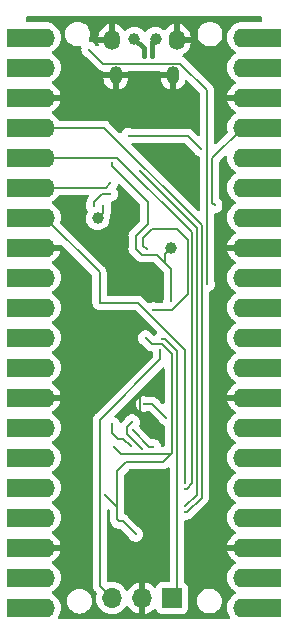
<source format=gbr>
%TF.GenerationSoftware,KiCad,Pcbnew,7.0.7*%
%TF.CreationDate,2023-09-13T09:18:23+07:00*%
%TF.ProjectId,Pico2040-Modular-Rev2-W,5069636f-3230-4343-902d-4d6f64756c61,rev?*%
%TF.SameCoordinates,Original*%
%TF.FileFunction,Copper,L2,Bot*%
%TF.FilePolarity,Positive*%
%FSLAX46Y46*%
G04 Gerber Fmt 4.6, Leading zero omitted, Abs format (unit mm)*
G04 Created by KiCad (PCBNEW 7.0.7) date 2023-09-13 09:18:23*
%MOMM*%
%LPD*%
G01*
G04 APERTURE LIST*
%TA.AperFunction,ComponentPad*%
%ADD10O,1.350000X1.700000*%
%TD*%
%TA.AperFunction,ComponentPad*%
%ADD11O,1.100000X1.500000*%
%TD*%
%TA.AperFunction,ComponentPad*%
%ADD12R,3.200000X1.600000*%
%TD*%
%TA.AperFunction,ComponentPad*%
%ADD13O,1.700000X1.600000*%
%TD*%
%TA.AperFunction,ComponentPad*%
%ADD14R,1.700000X1.700000*%
%TD*%
%TA.AperFunction,ComponentPad*%
%ADD15O,1.700000X1.700000*%
%TD*%
%TA.AperFunction,SMDPad,CuDef*%
%ADD16C,1.000000*%
%TD*%
%TA.AperFunction,ViaPad*%
%ADD17C,0.300000*%
%TD*%
%TA.AperFunction,Conductor*%
%ADD18C,0.200000*%
%TD*%
%TA.AperFunction,Conductor*%
%ADD19C,0.400000*%
%TD*%
G04 APERTURE END LIST*
D10*
%TO.P,J1,6,Shield*%
%TO.N,GND*%
X112780000Y-52000000D03*
D11*
X112470000Y-55000000D03*
X107630000Y-55000000D03*
D10*
X107320000Y-52000000D03*
%TD*%
D12*
%TO.P,J2,1,Pin_1*%
%TO.N,/P0*%
X100000000Y-51800000D03*
D13*
X101610000Y-51800000D03*
D12*
%TO.P,J2,2,Pin_2*%
%TO.N,/P1*%
X100000000Y-54340000D03*
D13*
X101610000Y-54340000D03*
D12*
%TO.P,J2,3,Pin_3*%
%TO.N,GND*%
X100000000Y-56880000D03*
D13*
X101610000Y-56880000D03*
D12*
%TO.P,J2,4,Pin_4*%
%TO.N,/P2*%
X100000000Y-59420000D03*
D13*
X101610000Y-59420000D03*
D12*
%TO.P,J2,5,Pin_5*%
%TO.N,/P3*%
X100000000Y-61960000D03*
D13*
X101610000Y-61960000D03*
D12*
%TO.P,J2,6,Pin_6*%
%TO.N,/P4*%
X100000000Y-64500000D03*
D13*
X101610000Y-64500000D03*
D12*
%TO.P,J2,7,Pin_7*%
%TO.N,/P5*%
X100000000Y-67040000D03*
D13*
X101610000Y-67040000D03*
D12*
%TO.P,J2,8,Pin_8*%
%TO.N,GND*%
X100000000Y-69580000D03*
D13*
X101610000Y-69580000D03*
D12*
%TO.P,J2,9,Pin_9*%
%TO.N,/P6*%
X100000000Y-72120000D03*
D13*
X101610000Y-72120000D03*
D12*
%TO.P,J2,10,Pin_10*%
%TO.N,/P7*%
X100000000Y-74660000D03*
D13*
X101610000Y-74660000D03*
D12*
%TO.P,J2,11,Pin_11*%
%TO.N,/P8*%
X100000000Y-77200000D03*
D13*
X101610000Y-77200000D03*
D12*
%TO.P,J2,12,Pin_12*%
%TO.N,/P9*%
X100000000Y-79740000D03*
D13*
X101610000Y-79740000D03*
D12*
%TO.P,J2,13,Pin_13*%
%TO.N,GND*%
X100000000Y-82280000D03*
D13*
X101610000Y-82280000D03*
D12*
%TO.P,J2,14,Pin_14*%
%TO.N,/P10*%
X100000000Y-84820000D03*
D13*
X101610000Y-84820000D03*
D12*
%TO.P,J2,15,Pin_15*%
%TO.N,/P11*%
X100000000Y-87360000D03*
D13*
X101610000Y-87360000D03*
D12*
%TO.P,J2,16,Pin_16*%
%TO.N,/P12*%
X100000000Y-89900000D03*
D13*
X101610000Y-89900000D03*
D12*
%TO.P,J2,17,Pin_17*%
%TO.N,/P13*%
X100000000Y-92440000D03*
D13*
X101610000Y-92440000D03*
D12*
%TO.P,J2,18,Pin_18*%
%TO.N,GND*%
X100000000Y-94980000D03*
D13*
X101610000Y-94980000D03*
D12*
%TO.P,J2,19,Pin_19*%
%TO.N,/P14*%
X100000000Y-97520000D03*
D13*
X101610000Y-97520000D03*
D12*
%TO.P,J2,20,Pin_20*%
%TO.N,/P15*%
X100000000Y-100060000D03*
D13*
X101610000Y-100060000D03*
%TD*%
D14*
%TO.P,J4,1,Pin_1*%
%TO.N,/SWDIO*%
X112400000Y-99250000D03*
D15*
%TO.P,J4,2,Pin_2*%
%TO.N,GND*%
X109860000Y-99250000D03*
%TO.P,J4,3,Pin_3*%
%TO.N,/SWCLK*%
X107320000Y-99250000D03*
%TD*%
D16*
%TO.P,TP4,1,1*%
%TO.N,/FLASH_SS*%
X106100000Y-67100000D03*
%TD*%
%TO.P,TP2,1,1*%
%TO.N,/DM*%
X111000000Y-51900000D03*
%TD*%
%TO.P,TP3,1,1*%
%TO.N,/RESET*%
X112300000Y-69600000D03*
%TD*%
D12*
%TO.P,J3,1,Pin_1*%
%TO.N,VBUS*%
X120000000Y-51800000D03*
D13*
X118390000Y-51800000D03*
D12*
%TO.P,J3,2,Pin_2*%
%TO.N,+3.3V*%
X120000000Y-54340000D03*
D13*
X118390000Y-54340000D03*
D12*
%TO.P,J3,3,Pin_3*%
%TO.N,GND*%
X120000000Y-56880000D03*
D13*
X118390000Y-56880000D03*
D12*
%TO.P,J3,4,Pin_4*%
%TO.N,+1V1*%
X120000000Y-59420000D03*
D13*
X118390000Y-59420000D03*
D12*
%TO.P,J3,5,Pin_5*%
%TO.N,/RESET*%
X120000000Y-61960000D03*
D13*
X118390000Y-61960000D03*
D12*
%TO.P,J3,6,Pin_6*%
%TO.N,/P29*%
X120000000Y-64500000D03*
D13*
X118390000Y-64500000D03*
D12*
%TO.P,J3,7,Pin_7*%
%TO.N,/P28*%
X120000000Y-67040000D03*
D13*
X118390000Y-67040000D03*
D12*
%TO.P,J3,8,Pin_8*%
%TO.N,GND*%
X120000000Y-69580000D03*
D13*
X118390000Y-69580000D03*
D12*
%TO.P,J3,9,Pin_9*%
%TO.N,/P27*%
X120000000Y-72120000D03*
D13*
X118390000Y-72120000D03*
D12*
%TO.P,J3,10,Pin_10*%
%TO.N,/P26*%
X120000000Y-74660000D03*
D13*
X118390000Y-74660000D03*
D12*
%TO.P,J3,11,Pin_11*%
%TO.N,/P23*%
X120000000Y-77200000D03*
D13*
X118390000Y-77200000D03*
D12*
%TO.P,J3,12,Pin_12*%
%TO.N,/P22*%
X120000000Y-79740000D03*
D13*
X118390000Y-79740000D03*
D12*
%TO.P,J3,13,Pin_13*%
%TO.N,GND*%
X120000000Y-82280000D03*
D13*
X118390000Y-82280000D03*
D12*
%TO.P,J3,14,Pin_14*%
%TO.N,/P21*%
X120000000Y-84820000D03*
D13*
X118390000Y-84820000D03*
D12*
%TO.P,J3,15,Pin_15*%
%TO.N,/P20*%
X120000000Y-87360000D03*
D13*
X118390000Y-87360000D03*
D12*
%TO.P,J3,16,Pin_16*%
%TO.N,/P19*%
X120000000Y-89900000D03*
D13*
X118390000Y-89900000D03*
D12*
%TO.P,J3,17,Pin_17*%
%TO.N,/P18*%
X120000000Y-92440000D03*
D13*
X118390000Y-92440000D03*
D12*
%TO.P,J3,18,Pin_18*%
%TO.N,GND*%
X120000000Y-94980000D03*
D13*
X118390000Y-94980000D03*
D12*
%TO.P,J3,19,Pin_19*%
%TO.N,/P17*%
X120000000Y-97520000D03*
D13*
X118390000Y-97520000D03*
D12*
%TO.P,J3,20,Pin_20*%
%TO.N,/P16*%
X120000000Y-100060000D03*
D13*
X118390000Y-100060000D03*
%TD*%
D16*
%TO.P,TP1,1,1*%
%TO.N,/DP*%
X109200000Y-51900000D03*
%TD*%
D17*
%TO.N,GND*%
X107140000Y-81880000D03*
%TO.N,+1V1*%
X112100000Y-68000000D03*
X116000000Y-66000000D03*
X110800000Y-74850000D03*
X113700000Y-69200000D03*
X110240000Y-69730000D03*
%TO.N,GND*%
X107580000Y-78010000D03*
X109500000Y-57800000D03*
X111050000Y-71350000D03*
X111062500Y-90187500D03*
X106100000Y-79130000D03*
X116840000Y-58780000D03*
X109062500Y-89187500D03*
X116750000Y-64750000D03*
X111062500Y-89187500D03*
X111050000Y-72350000D03*
X114700000Y-94500000D03*
X107400000Y-56700000D03*
X112600000Y-63980000D03*
X105200000Y-97900000D03*
X109050000Y-73350000D03*
X109750000Y-61250000D03*
X116500000Y-70250000D03*
X114200000Y-65700000D03*
X113990000Y-64980000D03*
X110050000Y-73350000D03*
X111050000Y-73350000D03*
X116700000Y-62520000D03*
X109840000Y-81900000D03*
X109062500Y-90187500D03*
X105200000Y-56200000D03*
X108300000Y-65100000D03*
X110062500Y-90187500D03*
X109050000Y-72350000D03*
X109062500Y-91187500D03*
X110062500Y-91187500D03*
X109840000Y-83810000D03*
X107070000Y-94150000D03*
X114500000Y-95250000D03*
X113980000Y-62980000D03*
X112170000Y-62800000D03*
X111380000Y-94090000D03*
X106080000Y-82300000D03*
X109050000Y-71350000D03*
X113950000Y-63990000D03*
X110050000Y-71350000D03*
X110050000Y-72350000D03*
X114010000Y-61890000D03*
X113260000Y-58910000D03*
X111062500Y-91187500D03*
X108890000Y-75130000D03*
X116670000Y-64040000D03*
X110062500Y-89187500D03*
%TO.N,+3.3V*%
X112350000Y-87000000D03*
X107900000Y-92750000D03*
X106700000Y-90500000D03*
X105740000Y-66050000D03*
X107500000Y-86450000D03*
X109300000Y-93850000D03*
X110150000Y-77230000D03*
X107150000Y-65040000D03*
%TO.N,/ESP_CLKIN*%
X111900000Y-84000000D03*
X109990000Y-82820000D03*
%TO.N,/USER_LED*%
X105370000Y-52820000D03*
X115360000Y-72660000D03*
%TO.N,/DM*%
X110700000Y-53400000D03*
%TO.N,/DP*%
X110000000Y-53400000D03*
%TO.N,/P2*%
X113500000Y-92003503D03*
%TO.N,/P3*%
X113500000Y-90000000D03*
%TO.N,/P4*%
X113500000Y-91500000D03*
X109650000Y-63080000D03*
X107150000Y-64110000D03*
%TO.N,/P5*%
X113500000Y-89496497D03*
%TO.N,/RESET*%
X107300000Y-62400000D03*
X114800000Y-61200000D03*
X112300000Y-74100000D03*
X108700000Y-60100000D03*
%TO.N,/SWDIO*%
X111550000Y-77300000D03*
%TO.N,/SWCLK*%
X111400000Y-78250000D03*
%TO.N,/FLASH_SS*%
X106577500Y-66022500D03*
%TO.N,/ESPFLASH_D3*%
X109050000Y-85050000D03*
X110800000Y-86450000D03*
%TO.N,/ESPFLASH_CLOCK*%
X109000000Y-84350000D03*
X109800000Y-86600000D03*
%TO.N,/ESPFLASH_D0*%
X107300000Y-84550000D03*
X108900000Y-86400000D03*
%TD*%
D18*
%TO.N,GND*%
X109690000Y-82050000D02*
X109690000Y-83660000D01*
X109840000Y-81900000D02*
X109690000Y-82050000D01*
X109690000Y-83660000D02*
X109840000Y-83810000D01*
%TO.N,/ESP_CLKIN*%
X110720000Y-82820000D02*
X111900000Y-84000000D01*
X109990000Y-82820000D02*
X110720000Y-82820000D01*
%TO.N,/SWCLK*%
X106300000Y-98230000D02*
X107320000Y-99250000D01*
X106300000Y-84150000D02*
X106300000Y-98230000D01*
X111400000Y-79050000D02*
X106300000Y-84150000D01*
X111400000Y-78250000D02*
X111400000Y-79050000D01*
%TO.N,+1V1*%
X109950000Y-69440000D02*
X109950000Y-68760000D01*
X110710000Y-68000000D02*
X112100000Y-68000000D01*
X109950000Y-68760000D02*
X110710000Y-68000000D01*
X115800000Y-62010000D02*
X115800000Y-65800000D01*
X113700000Y-69500000D02*
X113700000Y-68900000D01*
X113700000Y-73550000D02*
X113700000Y-69500000D01*
X113700000Y-68900000D02*
X112800000Y-68000000D01*
X112800000Y-68000000D02*
X112100000Y-68000000D01*
X115800000Y-65800000D02*
X116000000Y-66000000D01*
X113700000Y-69200000D02*
X113700000Y-69500000D01*
X110800000Y-74850000D02*
X112400000Y-74850000D01*
X112400000Y-74850000D02*
X113700000Y-73550000D01*
X110240000Y-69730000D02*
X109950000Y-69440000D01*
X118390000Y-59420000D02*
X115800000Y-62010000D01*
%TO.N,+3.3V*%
X112354000Y-78561947D02*
X111546053Y-77754000D01*
X108200000Y-92750000D02*
X109300000Y-93850000D01*
X112296000Y-87054000D02*
X112350000Y-87000000D01*
X107500000Y-86450000D02*
X108104000Y-87054000D01*
X111546053Y-77754000D02*
X110674000Y-77754000D01*
X107900000Y-92750000D02*
X107750000Y-92600000D01*
X112354000Y-86996000D02*
X112354000Y-78561947D01*
X107900000Y-92750000D02*
X108200000Y-92750000D01*
X108104000Y-87054000D02*
X112296000Y-87054000D01*
X105740000Y-66050000D02*
X105740000Y-65760000D01*
X112350000Y-87000000D02*
X112354000Y-86996000D01*
X106700000Y-90500000D02*
X107750000Y-91550000D01*
X105740000Y-65760000D02*
X106460000Y-65040000D01*
X107750000Y-91550000D02*
X107750000Y-92600000D01*
X108500000Y-87750000D02*
X111600000Y-87750000D01*
X106460000Y-65040000D02*
X107150000Y-65040000D01*
X111600000Y-87750000D02*
X112350000Y-87000000D01*
X110674000Y-77754000D02*
X110150000Y-77230000D01*
X107750000Y-88500000D02*
X108500000Y-87750000D01*
X107750000Y-92600000D02*
X107750000Y-88500000D01*
%TO.N,/USER_LED*%
X106550000Y-54000000D02*
X113100000Y-54000000D01*
X113100000Y-54000000D02*
X115360000Y-56260000D01*
X115360000Y-56260000D02*
X115360000Y-72660000D01*
X105370000Y-52820000D02*
X106550000Y-54000000D01*
D19*
%TO.N,/DM*%
X110700000Y-53400000D02*
X110700000Y-52200000D01*
X110700000Y-52200000D02*
X111000000Y-51900000D01*
%TO.N,/DP*%
X110000000Y-53400000D02*
X110000000Y-52700000D01*
X110000000Y-52700000D02*
X109200000Y-51900000D01*
D18*
%TO.N,/P2*%
X113638550Y-92003503D02*
X114900000Y-90742053D01*
X114900000Y-67687947D02*
X106632053Y-59420000D01*
X114900000Y-90742053D02*
X114900000Y-67687947D01*
X113500000Y-92003503D02*
X113638550Y-92003503D01*
X106632053Y-59420000D02*
X101610000Y-59420000D01*
%TO.N,/P3*%
X114100000Y-68300000D02*
X107760000Y-61960000D01*
X107760000Y-61960000D02*
X101610000Y-61960000D01*
X113500000Y-90000000D02*
X113638550Y-90000000D01*
X113638550Y-90000000D02*
X114100000Y-89538550D01*
X114100000Y-89538550D02*
X114100000Y-68300000D01*
%TO.N,/P4*%
X107150000Y-64110000D02*
X106760000Y-64500000D01*
X106760000Y-64500000D02*
X101610000Y-64500000D01*
X113500000Y-91500000D02*
X114500000Y-90500000D01*
X114500000Y-67930000D02*
X109650000Y-63080000D01*
X114500000Y-90500000D02*
X114500000Y-67930000D01*
%TO.N,/P5*%
X109500000Y-74250000D02*
X106250000Y-74250000D01*
X106250000Y-74250000D02*
X106250000Y-71680000D01*
X106250000Y-71680000D02*
X101610000Y-67040000D01*
X113500000Y-78250000D02*
X109500000Y-74250000D01*
X113500000Y-89496497D02*
X113500000Y-78250000D01*
%TO.N,/RESET*%
X113700000Y-60100000D02*
X114800000Y-61200000D01*
X107300000Y-62700000D02*
X110310000Y-65710000D01*
X109861947Y-70229000D02*
X111129000Y-70229000D01*
X112300000Y-71400000D02*
X111750000Y-70850000D01*
X110310000Y-67550000D02*
X109300000Y-68560000D01*
X109300000Y-69667053D02*
X109861947Y-70229000D01*
X108700000Y-60100000D02*
X113700000Y-60100000D01*
X111750000Y-70150000D02*
X112300000Y-69600000D01*
X111750000Y-70850000D02*
X111750000Y-70150000D01*
X112300000Y-74100000D02*
X112300000Y-71400000D01*
X110310000Y-65710000D02*
X110310000Y-67550000D01*
X107300000Y-62400000D02*
X107300000Y-62700000D01*
X109300000Y-68560000D02*
X109300000Y-69667053D01*
X111129000Y-70229000D02*
X111750000Y-70850000D01*
%TO.N,/SWDIO*%
X112804000Y-98846000D02*
X112804000Y-78304000D01*
X111800000Y-77300000D02*
X111550000Y-77300000D01*
X112400000Y-99250000D02*
X112804000Y-98846000D01*
X112804000Y-78304000D02*
X111800000Y-77300000D01*
%TO.N,/FLASH_SS*%
X106577500Y-66622500D02*
X106100000Y-67100000D01*
X106577500Y-66022500D02*
X106577500Y-66622500D01*
%TO.N,/ESPFLASH_D3*%
X110800000Y-86450000D02*
X110450000Y-86450000D01*
X110450000Y-86450000D02*
X109050000Y-85050000D01*
%TO.N,/ESPFLASH_CLOCK*%
X108596000Y-85396000D02*
X109800000Y-86600000D01*
X108596000Y-84754000D02*
X108596000Y-85396000D01*
X109000000Y-84350000D02*
X108596000Y-84754000D01*
%TO.N,/ESPFLASH_D0*%
X107300000Y-85250000D02*
X107300000Y-84550000D01*
X107796000Y-85746000D02*
X107300000Y-85250000D01*
X108246000Y-85746000D02*
X107796000Y-85746000D01*
X108900000Y-86400000D02*
X108246000Y-85746000D01*
%TD*%
%TA.AperFunction,Conductor*%
%TO.N,GND*%
G36*
X116956792Y-61804955D02*
G01*
X117012725Y-61846827D01*
X117037142Y-61912291D01*
X117036986Y-61931943D01*
X117034532Y-61959996D01*
X117034532Y-61960001D01*
X117054364Y-62186686D01*
X117054366Y-62186697D01*
X117113258Y-62406488D01*
X117113261Y-62406497D01*
X117209431Y-62612732D01*
X117209432Y-62612734D01*
X117339954Y-62799141D01*
X117500858Y-62960045D01*
X117500861Y-62960047D01*
X117687266Y-63090568D01*
X117745275Y-63117618D01*
X117797714Y-63163791D01*
X117816866Y-63230984D01*
X117796650Y-63297865D01*
X117745275Y-63342381D01*
X117728272Y-63350310D01*
X117687267Y-63369431D01*
X117687265Y-63369432D01*
X117500858Y-63499954D01*
X117339954Y-63660858D01*
X117209432Y-63847265D01*
X117209431Y-63847267D01*
X117113261Y-64053502D01*
X117113258Y-64053511D01*
X117054366Y-64273302D01*
X117054364Y-64273313D01*
X117034532Y-64499998D01*
X117034532Y-64500001D01*
X117054364Y-64726686D01*
X117054366Y-64726697D01*
X117113258Y-64946488D01*
X117113261Y-64946497D01*
X117209431Y-65152732D01*
X117209432Y-65152734D01*
X117339954Y-65339141D01*
X117500858Y-65500045D01*
X117500861Y-65500047D01*
X117687266Y-65630568D01*
X117745275Y-65657618D01*
X117797714Y-65703791D01*
X117816866Y-65770984D01*
X117796650Y-65837865D01*
X117745275Y-65882381D01*
X117728272Y-65890310D01*
X117687267Y-65909431D01*
X117687265Y-65909432D01*
X117500858Y-66039954D01*
X117339954Y-66200858D01*
X117209432Y-66387265D01*
X117209431Y-66387267D01*
X117113261Y-66593502D01*
X117113258Y-66593511D01*
X117054366Y-66813302D01*
X117054364Y-66813313D01*
X117034532Y-67039998D01*
X117034532Y-67040001D01*
X117054364Y-67266686D01*
X117054366Y-67266697D01*
X117113258Y-67486488D01*
X117113261Y-67486497D01*
X117209431Y-67692732D01*
X117209432Y-67692734D01*
X117339954Y-67879141D01*
X117500858Y-68040045D01*
X117500861Y-68040047D01*
X117687266Y-68170568D01*
X117745865Y-68197893D01*
X117798305Y-68244065D01*
X117817457Y-68311258D01*
X117797242Y-68378139D01*
X117745867Y-68422657D01*
X117687515Y-68449867D01*
X117501179Y-68580342D01*
X117340342Y-68741179D01*
X117209865Y-68927517D01*
X117113734Y-69133673D01*
X117113730Y-69133682D01*
X117061127Y-69329999D01*
X117061128Y-69330000D01*
X117776653Y-69330000D01*
X117843692Y-69349685D01*
X117889447Y-69402489D01*
X117899391Y-69471647D01*
X117895631Y-69488933D01*
X117890000Y-69508111D01*
X117890000Y-69651888D01*
X117895631Y-69671067D01*
X117895630Y-69740936D01*
X117857855Y-69799714D01*
X117794299Y-69828738D01*
X117776653Y-69830000D01*
X117061128Y-69830000D01*
X117113730Y-70026317D01*
X117113734Y-70026326D01*
X117209865Y-70232482D01*
X117340342Y-70418820D01*
X117501179Y-70579657D01*
X117687518Y-70710134D01*
X117687520Y-70710135D01*
X117745865Y-70737342D01*
X117798305Y-70783514D01*
X117817457Y-70850707D01*
X117797242Y-70917589D01*
X117745867Y-70962105D01*
X117725256Y-70971717D01*
X117687264Y-70989433D01*
X117500858Y-71119954D01*
X117339954Y-71280858D01*
X117209432Y-71467265D01*
X117209431Y-71467267D01*
X117113261Y-71673502D01*
X117113258Y-71673511D01*
X117054366Y-71893302D01*
X117054364Y-71893313D01*
X117034532Y-72119998D01*
X117034532Y-72120001D01*
X117054364Y-72346686D01*
X117054366Y-72346697D01*
X117113258Y-72566488D01*
X117113261Y-72566497D01*
X117209431Y-72772732D01*
X117209432Y-72772734D01*
X117339954Y-72959141D01*
X117500858Y-73120045D01*
X117500861Y-73120047D01*
X117687266Y-73250568D01*
X117745275Y-73277618D01*
X117797714Y-73323791D01*
X117816866Y-73390984D01*
X117796650Y-73457865D01*
X117745275Y-73502381D01*
X117728272Y-73510310D01*
X117687267Y-73529431D01*
X117687265Y-73529432D01*
X117500858Y-73659954D01*
X117339954Y-73820858D01*
X117209432Y-74007265D01*
X117209431Y-74007267D01*
X117113261Y-74213502D01*
X117113258Y-74213511D01*
X117054366Y-74433302D01*
X117054364Y-74433313D01*
X117034532Y-74659998D01*
X117034532Y-74660001D01*
X117054364Y-74886686D01*
X117054366Y-74886697D01*
X117113258Y-75106488D01*
X117113261Y-75106497D01*
X117209431Y-75312732D01*
X117209432Y-75312734D01*
X117339954Y-75499141D01*
X117500858Y-75660045D01*
X117500861Y-75660047D01*
X117687266Y-75790568D01*
X117745275Y-75817618D01*
X117797714Y-75863791D01*
X117816866Y-75930984D01*
X117796650Y-75997865D01*
X117745275Y-76042381D01*
X117728272Y-76050310D01*
X117687267Y-76069431D01*
X117687265Y-76069432D01*
X117500858Y-76199954D01*
X117339954Y-76360858D01*
X117209432Y-76547265D01*
X117209431Y-76547267D01*
X117113261Y-76753502D01*
X117113258Y-76753511D01*
X117054366Y-76973302D01*
X117054364Y-76973313D01*
X117034532Y-77199998D01*
X117034532Y-77200001D01*
X117054364Y-77426686D01*
X117054366Y-77426697D01*
X117113258Y-77646488D01*
X117113261Y-77646497D01*
X117209431Y-77852732D01*
X117209432Y-77852734D01*
X117339954Y-78039141D01*
X117500858Y-78200045D01*
X117500861Y-78200047D01*
X117687266Y-78330568D01*
X117745275Y-78357618D01*
X117797714Y-78403791D01*
X117816866Y-78470984D01*
X117796650Y-78537865D01*
X117745275Y-78582381D01*
X117728272Y-78590310D01*
X117687267Y-78609431D01*
X117687265Y-78609432D01*
X117500858Y-78739954D01*
X117339954Y-78900858D01*
X117209432Y-79087265D01*
X117209431Y-79087267D01*
X117113261Y-79293502D01*
X117113258Y-79293511D01*
X117054366Y-79513302D01*
X117054364Y-79513313D01*
X117034532Y-79739998D01*
X117034532Y-79740001D01*
X117054364Y-79966686D01*
X117054366Y-79966697D01*
X117113258Y-80186488D01*
X117113261Y-80186497D01*
X117209431Y-80392732D01*
X117209432Y-80392734D01*
X117339954Y-80579141D01*
X117500858Y-80740045D01*
X117500861Y-80740047D01*
X117687266Y-80870568D01*
X117745865Y-80897893D01*
X117798305Y-80944065D01*
X117817457Y-81011258D01*
X117797242Y-81078139D01*
X117745867Y-81122657D01*
X117687515Y-81149867D01*
X117501179Y-81280342D01*
X117340342Y-81441179D01*
X117209865Y-81627517D01*
X117113734Y-81833673D01*
X117113730Y-81833682D01*
X117061127Y-82029999D01*
X117061128Y-82030000D01*
X117776653Y-82030000D01*
X117843692Y-82049685D01*
X117889447Y-82102489D01*
X117899391Y-82171647D01*
X117895631Y-82188933D01*
X117890000Y-82208111D01*
X117890000Y-82351888D01*
X117895631Y-82371067D01*
X117895630Y-82440936D01*
X117857855Y-82499714D01*
X117794299Y-82528738D01*
X117776653Y-82530000D01*
X117061128Y-82530000D01*
X117113730Y-82726317D01*
X117113734Y-82726326D01*
X117209865Y-82932482D01*
X117340342Y-83118820D01*
X117501179Y-83279657D01*
X117687518Y-83410134D01*
X117687520Y-83410135D01*
X117745865Y-83437342D01*
X117798305Y-83483514D01*
X117817457Y-83550707D01*
X117797242Y-83617589D01*
X117745867Y-83662105D01*
X117687268Y-83689431D01*
X117687264Y-83689433D01*
X117500860Y-83819953D01*
X117339954Y-83980858D01*
X117209432Y-84167265D01*
X117209431Y-84167267D01*
X117113261Y-84373502D01*
X117113258Y-84373511D01*
X117054366Y-84593302D01*
X117054364Y-84593313D01*
X117034532Y-84819998D01*
X117034532Y-84820001D01*
X117054364Y-85046686D01*
X117054366Y-85046697D01*
X117113258Y-85266488D01*
X117113261Y-85266497D01*
X117209431Y-85472732D01*
X117209432Y-85472734D01*
X117339954Y-85659141D01*
X117500858Y-85820045D01*
X117500861Y-85820047D01*
X117687266Y-85950568D01*
X117745275Y-85977618D01*
X117797714Y-86023791D01*
X117816866Y-86090984D01*
X117796650Y-86157865D01*
X117745275Y-86202381D01*
X117728272Y-86210310D01*
X117687267Y-86229431D01*
X117687265Y-86229432D01*
X117500858Y-86359954D01*
X117339954Y-86520858D01*
X117209432Y-86707265D01*
X117209431Y-86707267D01*
X117113261Y-86913502D01*
X117113258Y-86913511D01*
X117054366Y-87133302D01*
X117054364Y-87133313D01*
X117034532Y-87359998D01*
X117034532Y-87360001D01*
X117054364Y-87586686D01*
X117054366Y-87586697D01*
X117113258Y-87806488D01*
X117113261Y-87806497D01*
X117209431Y-88012732D01*
X117209432Y-88012734D01*
X117339954Y-88199141D01*
X117500858Y-88360045D01*
X117500861Y-88360047D01*
X117687266Y-88490568D01*
X117745275Y-88517618D01*
X117797714Y-88563791D01*
X117816866Y-88630984D01*
X117796650Y-88697865D01*
X117745275Y-88742381D01*
X117731651Y-88748735D01*
X117687267Y-88769431D01*
X117687265Y-88769432D01*
X117500858Y-88899954D01*
X117339954Y-89060858D01*
X117209432Y-89247265D01*
X117209431Y-89247267D01*
X117113261Y-89453502D01*
X117113258Y-89453511D01*
X117054366Y-89673302D01*
X117054364Y-89673313D01*
X117034532Y-89899998D01*
X117034532Y-89900001D01*
X117054364Y-90126686D01*
X117054366Y-90126697D01*
X117113258Y-90346488D01*
X117113261Y-90346497D01*
X117209431Y-90552732D01*
X117209432Y-90552734D01*
X117339954Y-90739141D01*
X117500858Y-90900045D01*
X117500861Y-90900047D01*
X117687266Y-91030568D01*
X117745275Y-91057618D01*
X117797714Y-91103791D01*
X117816866Y-91170984D01*
X117796650Y-91237865D01*
X117745275Y-91282381D01*
X117728272Y-91290310D01*
X117687267Y-91309431D01*
X117687265Y-91309432D01*
X117500858Y-91439954D01*
X117339954Y-91600858D01*
X117209432Y-91787265D01*
X117209431Y-91787267D01*
X117113261Y-91993502D01*
X117113258Y-91993511D01*
X117054366Y-92213302D01*
X117054364Y-92213313D01*
X117034532Y-92439998D01*
X117034532Y-92440001D01*
X117054364Y-92666686D01*
X117054366Y-92666697D01*
X117113258Y-92886488D01*
X117113261Y-92886497D01*
X117209431Y-93092732D01*
X117209432Y-93092734D01*
X117339954Y-93279141D01*
X117500858Y-93440045D01*
X117500861Y-93440047D01*
X117687266Y-93570568D01*
X117745865Y-93597893D01*
X117798305Y-93644065D01*
X117817457Y-93711258D01*
X117797242Y-93778139D01*
X117745867Y-93822657D01*
X117687515Y-93849867D01*
X117501179Y-93980342D01*
X117340342Y-94141179D01*
X117209865Y-94327517D01*
X117113734Y-94533673D01*
X117113730Y-94533682D01*
X117061127Y-94729999D01*
X117061128Y-94730000D01*
X117776653Y-94730000D01*
X117843692Y-94749685D01*
X117889447Y-94802489D01*
X117899391Y-94871647D01*
X117895631Y-94888933D01*
X117890000Y-94908111D01*
X117890000Y-95051888D01*
X117895631Y-95071067D01*
X117895630Y-95140936D01*
X117857855Y-95199714D01*
X117794299Y-95228738D01*
X117776653Y-95230000D01*
X117061128Y-95230000D01*
X117113730Y-95426317D01*
X117113734Y-95426326D01*
X117209865Y-95632482D01*
X117340342Y-95818820D01*
X117501179Y-95979657D01*
X117687518Y-96110134D01*
X117687520Y-96110135D01*
X117745865Y-96137342D01*
X117798305Y-96183514D01*
X117817457Y-96250707D01*
X117797242Y-96317589D01*
X117745867Y-96362105D01*
X117687268Y-96389431D01*
X117687264Y-96389433D01*
X117500858Y-96519954D01*
X117339954Y-96680858D01*
X117209432Y-96867265D01*
X117209431Y-96867267D01*
X117113261Y-97073502D01*
X117113258Y-97073511D01*
X117054366Y-97293302D01*
X117054364Y-97293313D01*
X117034532Y-97519998D01*
X117034532Y-97520001D01*
X117054364Y-97746686D01*
X117054366Y-97746697D01*
X117113258Y-97966488D01*
X117113261Y-97966497D01*
X117209431Y-98172732D01*
X117209432Y-98172734D01*
X117339954Y-98359141D01*
X117500858Y-98520045D01*
X117500861Y-98520047D01*
X117687266Y-98650568D01*
X117745275Y-98677618D01*
X117797714Y-98723791D01*
X117816866Y-98790984D01*
X117796650Y-98857865D01*
X117745275Y-98902381D01*
X117728272Y-98910310D01*
X117687267Y-98929431D01*
X117687265Y-98929432D01*
X117500858Y-99059954D01*
X117339954Y-99220858D01*
X117209432Y-99407265D01*
X117209431Y-99407267D01*
X117113261Y-99613502D01*
X117113258Y-99613511D01*
X117054366Y-99833302D01*
X117054364Y-99833313D01*
X117034532Y-100059998D01*
X117034532Y-100060001D01*
X117054364Y-100286686D01*
X117054366Y-100286697D01*
X117113258Y-100506488D01*
X117113261Y-100506497D01*
X117209431Y-100712732D01*
X117209432Y-100712734D01*
X117273601Y-100804377D01*
X117295928Y-100870583D01*
X117278918Y-100938350D01*
X117227970Y-100986163D01*
X117172026Y-100999500D01*
X102827974Y-100999500D01*
X102760935Y-100979815D01*
X102715180Y-100927011D01*
X102705236Y-100857853D01*
X102726399Y-100804377D01*
X102790568Y-100712734D01*
X102886739Y-100506496D01*
X102945635Y-100286692D01*
X102965468Y-100060000D01*
X102945635Y-99833308D01*
X102886739Y-99613504D01*
X102838474Y-99509999D01*
X103493915Y-99509999D01*
X103514207Y-99716034D01*
X103574305Y-99914147D01*
X103671895Y-100096727D01*
X103671897Y-100096730D01*
X103803234Y-100256765D01*
X103963269Y-100388102D01*
X103963272Y-100388104D01*
X104093192Y-100457547D01*
X104145854Y-100485695D01*
X104343968Y-100545793D01*
X104498370Y-100561000D01*
X104498373Y-100561000D01*
X104601627Y-100561000D01*
X104601630Y-100561000D01*
X104756032Y-100545793D01*
X104954146Y-100485695D01*
X105136729Y-100388103D01*
X105296765Y-100256765D01*
X105428103Y-100096729D01*
X105525695Y-99914146D01*
X105585793Y-99716032D01*
X105606085Y-99510000D01*
X105585793Y-99303968D01*
X105525695Y-99105854D01*
X105490579Y-99040156D01*
X105428104Y-98923272D01*
X105428102Y-98923269D01*
X105296765Y-98763234D01*
X105136730Y-98631897D01*
X105136727Y-98631895D01*
X104954147Y-98534305D01*
X104756034Y-98474207D01*
X104694271Y-98468124D01*
X104601630Y-98459000D01*
X104498370Y-98459000D01*
X104445502Y-98464207D01*
X104343965Y-98474207D01*
X104145852Y-98534305D01*
X103963272Y-98631895D01*
X103963269Y-98631897D01*
X103803234Y-98763234D01*
X103671897Y-98923269D01*
X103671895Y-98923272D01*
X103574305Y-99105852D01*
X103514207Y-99303965D01*
X103493915Y-99509999D01*
X102838474Y-99509999D01*
X102790568Y-99407266D01*
X102660047Y-99220861D01*
X102660045Y-99220858D01*
X102499141Y-99059954D01*
X102312734Y-98929432D01*
X102312728Y-98929429D01*
X102278077Y-98913271D01*
X102254724Y-98902381D01*
X102202285Y-98856210D01*
X102183133Y-98789017D01*
X102203348Y-98722135D01*
X102254725Y-98677618D01*
X102312734Y-98650568D01*
X102499139Y-98520047D01*
X102660047Y-98359139D01*
X102790568Y-98172734D01*
X102886739Y-97966496D01*
X102945635Y-97746692D01*
X102965468Y-97520000D01*
X102945635Y-97293308D01*
X102886739Y-97073504D01*
X102790568Y-96867266D01*
X102660047Y-96680861D01*
X102660045Y-96680858D01*
X102499141Y-96519954D01*
X102312734Y-96389432D01*
X102312732Y-96389431D01*
X102301275Y-96384088D01*
X102254132Y-96362105D01*
X102201694Y-96315934D01*
X102182542Y-96248740D01*
X102202758Y-96181859D01*
X102254134Y-96137341D01*
X102312484Y-96110132D01*
X102498820Y-95979657D01*
X102659657Y-95818820D01*
X102790134Y-95632482D01*
X102886265Y-95426326D01*
X102886269Y-95426317D01*
X102938872Y-95230000D01*
X102223347Y-95230000D01*
X102156308Y-95210315D01*
X102110553Y-95157511D01*
X102100609Y-95088353D01*
X102104369Y-95071067D01*
X102110000Y-95051888D01*
X102110000Y-94908111D01*
X102104369Y-94888933D01*
X102104370Y-94819064D01*
X102142145Y-94760286D01*
X102205701Y-94731262D01*
X102223347Y-94730000D01*
X102938872Y-94730000D01*
X102938872Y-94729999D01*
X102886269Y-94533682D01*
X102886265Y-94533673D01*
X102790134Y-94327517D01*
X102659657Y-94141179D01*
X102498820Y-93980342D01*
X102312482Y-93849865D01*
X102254133Y-93822657D01*
X102201694Y-93776484D01*
X102182542Y-93709291D01*
X102202758Y-93642410D01*
X102254129Y-93597895D01*
X102312734Y-93570568D01*
X102499139Y-93440047D01*
X102660047Y-93279139D01*
X102790568Y-93092734D01*
X102886739Y-92886496D01*
X102945635Y-92666692D01*
X102965468Y-92440000D01*
X102961993Y-92400286D01*
X102955120Y-92321718D01*
X102945635Y-92213308D01*
X102886739Y-91993504D01*
X102790568Y-91787266D01*
X102660047Y-91600861D01*
X102660045Y-91600858D01*
X102499141Y-91439954D01*
X102312734Y-91309432D01*
X102312728Y-91309429D01*
X102285038Y-91296517D01*
X102254724Y-91282381D01*
X102202285Y-91236210D01*
X102183133Y-91169017D01*
X102203348Y-91102135D01*
X102254725Y-91057618D01*
X102312734Y-91030568D01*
X102499139Y-90900047D01*
X102660047Y-90739139D01*
X102790568Y-90552734D01*
X102886739Y-90346496D01*
X102945635Y-90126692D01*
X102965468Y-89900000D01*
X102945635Y-89673308D01*
X102886739Y-89453504D01*
X102790568Y-89247266D01*
X102660047Y-89060861D01*
X102660045Y-89060858D01*
X102499141Y-88899954D01*
X102312734Y-88769432D01*
X102312728Y-88769429D01*
X102268349Y-88748735D01*
X102254724Y-88742381D01*
X102202285Y-88696210D01*
X102183133Y-88629017D01*
X102203348Y-88562135D01*
X102254725Y-88517618D01*
X102312734Y-88490568D01*
X102499139Y-88360047D01*
X102660047Y-88199139D01*
X102790568Y-88012734D01*
X102886739Y-87806496D01*
X102945635Y-87586692D01*
X102965468Y-87360000D01*
X102945635Y-87133308D01*
X102886739Y-86913504D01*
X102790568Y-86707266D01*
X102660047Y-86520861D01*
X102660045Y-86520858D01*
X102499141Y-86359954D01*
X102312734Y-86229432D01*
X102312728Y-86229429D01*
X102285038Y-86216517D01*
X102254724Y-86202381D01*
X102202285Y-86156210D01*
X102183133Y-86089017D01*
X102203348Y-86022135D01*
X102254725Y-85977618D01*
X102312734Y-85950568D01*
X102499139Y-85820047D01*
X102660047Y-85659139D01*
X102790568Y-85472734D01*
X102886739Y-85266496D01*
X102945635Y-85046692D01*
X102965468Y-84820000D01*
X102945635Y-84593308D01*
X102886739Y-84373504D01*
X102790568Y-84167266D01*
X102660047Y-83980861D01*
X102660045Y-83980858D01*
X102499140Y-83819953D01*
X102312734Y-83689432D01*
X102312732Y-83689431D01*
X102301275Y-83684088D01*
X102254132Y-83662105D01*
X102201694Y-83615934D01*
X102182542Y-83548740D01*
X102202758Y-83481859D01*
X102254134Y-83437341D01*
X102312484Y-83410132D01*
X102498820Y-83279657D01*
X102659657Y-83118820D01*
X102790134Y-82932482D01*
X102886265Y-82726326D01*
X102886269Y-82726317D01*
X102938872Y-82530000D01*
X102223347Y-82530000D01*
X102156308Y-82510315D01*
X102110553Y-82457511D01*
X102100609Y-82388353D01*
X102104369Y-82371067D01*
X102110000Y-82351888D01*
X102110000Y-82208111D01*
X102104369Y-82188933D01*
X102104370Y-82119064D01*
X102142145Y-82060286D01*
X102205701Y-82031262D01*
X102223347Y-82030000D01*
X102938872Y-82030000D01*
X102938872Y-82029999D01*
X102886269Y-81833682D01*
X102886265Y-81833673D01*
X102790134Y-81627517D01*
X102659657Y-81441179D01*
X102498820Y-81280342D01*
X102312482Y-81149865D01*
X102254133Y-81122657D01*
X102201694Y-81076484D01*
X102182542Y-81009291D01*
X102202758Y-80942410D01*
X102254129Y-80897895D01*
X102312734Y-80870568D01*
X102499139Y-80740047D01*
X102660047Y-80579139D01*
X102790568Y-80392734D01*
X102886739Y-80186496D01*
X102945635Y-79966692D01*
X102965468Y-79740000D01*
X102945635Y-79513308D01*
X102886739Y-79293504D01*
X102790568Y-79087266D01*
X102660047Y-78900861D01*
X102660045Y-78900858D01*
X102499141Y-78739954D01*
X102312734Y-78609432D01*
X102312728Y-78609429D01*
X102285038Y-78596517D01*
X102254724Y-78582381D01*
X102202285Y-78536210D01*
X102183133Y-78469017D01*
X102203348Y-78402135D01*
X102254725Y-78357618D01*
X102312734Y-78330568D01*
X102499139Y-78200047D01*
X102660047Y-78039139D01*
X102790568Y-77852734D01*
X102886739Y-77646496D01*
X102945635Y-77426692D01*
X102965468Y-77200000D01*
X102945635Y-76973308D01*
X102897984Y-76795470D01*
X102886741Y-76753511D01*
X102886738Y-76753502D01*
X102790568Y-76547266D01*
X102660047Y-76360861D01*
X102660045Y-76360858D01*
X102499141Y-76199954D01*
X102312734Y-76069432D01*
X102312728Y-76069429D01*
X102285038Y-76056517D01*
X102254724Y-76042381D01*
X102202285Y-75996210D01*
X102183133Y-75929017D01*
X102203348Y-75862135D01*
X102254725Y-75817618D01*
X102312734Y-75790568D01*
X102499139Y-75660047D01*
X102660047Y-75499139D01*
X102790568Y-75312734D01*
X102886739Y-75106496D01*
X102945635Y-74886692D01*
X102965468Y-74660000D01*
X102945635Y-74433308D01*
X102886739Y-74213504D01*
X102790568Y-74007266D01*
X102660047Y-73820861D01*
X102660045Y-73820858D01*
X102499141Y-73659954D01*
X102312735Y-73529433D01*
X102312736Y-73529433D01*
X102312734Y-73529432D01*
X102254722Y-73502380D01*
X102202284Y-73456208D01*
X102183133Y-73389014D01*
X102203349Y-73322133D01*
X102254721Y-73277619D01*
X102312734Y-73250568D01*
X102499139Y-73120047D01*
X102660047Y-72959139D01*
X102790568Y-72772734D01*
X102886739Y-72566496D01*
X102945635Y-72346692D01*
X102965468Y-72120000D01*
X102945635Y-71893308D01*
X102886739Y-71673504D01*
X102790568Y-71467266D01*
X102660047Y-71280861D01*
X102660045Y-71280858D01*
X102499141Y-71119954D01*
X102312734Y-70989432D01*
X102312732Y-70989431D01*
X102274744Y-70971717D01*
X102254132Y-70962105D01*
X102201694Y-70915934D01*
X102182542Y-70848740D01*
X102202758Y-70781859D01*
X102254134Y-70737341D01*
X102312484Y-70710132D01*
X102498820Y-70579657D01*
X102659657Y-70418820D01*
X102790134Y-70232482D01*
X102886265Y-70026326D01*
X102886269Y-70026317D01*
X102938872Y-69830000D01*
X102223347Y-69830000D01*
X102156308Y-69810315D01*
X102110553Y-69757511D01*
X102100609Y-69688353D01*
X102104369Y-69671067D01*
X102110000Y-69651888D01*
X102110000Y-69508111D01*
X102104369Y-69488933D01*
X102104370Y-69419064D01*
X102142145Y-69360286D01*
X102205701Y-69331262D01*
X102223347Y-69330000D01*
X102999403Y-69330000D01*
X103066442Y-69349685D01*
X103087084Y-69366319D01*
X105613181Y-71892416D01*
X105646666Y-71953739D01*
X105649500Y-71980097D01*
X105649500Y-74206571D01*
X105648969Y-74214673D01*
X105644318Y-74249999D01*
X105644318Y-74250000D01*
X105649500Y-74289360D01*
X105664955Y-74406760D01*
X105664956Y-74406762D01*
X105725464Y-74552841D01*
X105821718Y-74678282D01*
X105947159Y-74774536D01*
X106093238Y-74835044D01*
X106171618Y-74845363D01*
X106249999Y-74855682D01*
X106250000Y-74855682D01*
X106285329Y-74851030D01*
X106293428Y-74850500D01*
X109199903Y-74850500D01*
X109266942Y-74870185D01*
X109287584Y-74886819D01*
X111075982Y-76675217D01*
X111109467Y-76736540D01*
X111104483Y-76806232D01*
X111070533Y-76855709D01*
X111059521Y-76865465D01*
X111059515Y-76865472D01*
X110970557Y-76994350D01*
X110916274Y-77038340D01*
X110846825Y-77046000D01*
X110784260Y-77014896D01*
X110780826Y-77011591D01*
X110770735Y-77001500D01*
X110742473Y-76957786D01*
X110730222Y-76925482D01*
X110730220Y-76925477D01*
X110730219Y-76925475D01*
X110640483Y-76795470D01*
X110522240Y-76690717D01*
X110522238Y-76690716D01*
X110522237Y-76690715D01*
X110382365Y-76617303D01*
X110228986Y-76579500D01*
X110228985Y-76579500D01*
X110071015Y-76579500D01*
X110071014Y-76579500D01*
X109917634Y-76617303D01*
X109777762Y-76690715D01*
X109659516Y-76795471D01*
X109569781Y-76925475D01*
X109569780Y-76925476D01*
X109513762Y-77073181D01*
X109494722Y-77229999D01*
X109494722Y-77230000D01*
X109513762Y-77386818D01*
X109569779Y-77534523D01*
X109569780Y-77534523D01*
X109659517Y-77664530D01*
X109777760Y-77769283D01*
X109892145Y-77829317D01*
X109922194Y-77851429D01*
X110218669Y-78147904D01*
X110224022Y-78154007D01*
X110245718Y-78182283D01*
X110268867Y-78200045D01*
X110282674Y-78210639D01*
X110371159Y-78278536D01*
X110371161Y-78278536D01*
X110371163Y-78278538D01*
X110444198Y-78308789D01*
X110517238Y-78339044D01*
X110617286Y-78352215D01*
X110676187Y-78359970D01*
X110740084Y-78388236D01*
X110775943Y-78438936D01*
X110791441Y-78479799D01*
X110799500Y-78523772D01*
X110799500Y-78749902D01*
X110779815Y-78816941D01*
X110763181Y-78837583D01*
X105906096Y-83694668D01*
X105899994Y-83700019D01*
X105871716Y-83721718D01*
X105796340Y-83819953D01*
X105775462Y-83847162D01*
X105775461Y-83847163D01*
X105714957Y-83993234D01*
X105714955Y-83993239D01*
X105694318Y-84149998D01*
X105694318Y-84150000D01*
X105698969Y-84185326D01*
X105699500Y-84193427D01*
X105699500Y-98186571D01*
X105698969Y-98194673D01*
X105694318Y-98229999D01*
X105694318Y-98230001D01*
X105706359Y-98321464D01*
X105714955Y-98386761D01*
X105771928Y-98524305D01*
X105775464Y-98532841D01*
X105871718Y-98658282D01*
X105899995Y-98679980D01*
X105906085Y-98685320D01*
X105967504Y-98746739D01*
X105987233Y-98766468D01*
X106020718Y-98827791D01*
X106019327Y-98886241D01*
X105984939Y-99014583D01*
X105984936Y-99014596D01*
X105964341Y-99249999D01*
X105964341Y-99250000D01*
X105984936Y-99485403D01*
X105984938Y-99485413D01*
X106046094Y-99713655D01*
X106046096Y-99713659D01*
X106046097Y-99713663D01*
X106140500Y-99916110D01*
X106145965Y-99927830D01*
X106145967Y-99927834D01*
X106238512Y-100060001D01*
X106281505Y-100121401D01*
X106448599Y-100288495D01*
X106545384Y-100356264D01*
X106642165Y-100424032D01*
X106642167Y-100424033D01*
X106642170Y-100424035D01*
X106856337Y-100523903D01*
X107084592Y-100585063D01*
X107261034Y-100600500D01*
X107319999Y-100605659D01*
X107320000Y-100605659D01*
X107320001Y-100605659D01*
X107378966Y-100600500D01*
X107555408Y-100585063D01*
X107783663Y-100523903D01*
X107997830Y-100424035D01*
X108191401Y-100288495D01*
X108358495Y-100121401D01*
X108488730Y-99935405D01*
X108543307Y-99891781D01*
X108612805Y-99884587D01*
X108675160Y-99916110D01*
X108691879Y-99935405D01*
X108821890Y-100121078D01*
X108988917Y-100288105D01*
X109182421Y-100423600D01*
X109396507Y-100523429D01*
X109396516Y-100523433D01*
X109610000Y-100580634D01*
X109610000Y-99862301D01*
X109629685Y-99795262D01*
X109682489Y-99749507D01*
X109751647Y-99739563D01*
X109824237Y-99750000D01*
X109824238Y-99750000D01*
X109895762Y-99750000D01*
X109895763Y-99750000D01*
X109968353Y-99739563D01*
X110037512Y-99749507D01*
X110090315Y-99795262D01*
X110110000Y-99862301D01*
X110110000Y-100580633D01*
X110323483Y-100523433D01*
X110323492Y-100523429D01*
X110537578Y-100423600D01*
X110731078Y-100288108D01*
X110853133Y-100166053D01*
X110914456Y-100132568D01*
X110984148Y-100137552D01*
X111040082Y-100179423D01*
X111056997Y-100210401D01*
X111106202Y-100342328D01*
X111106206Y-100342335D01*
X111192452Y-100457544D01*
X111192455Y-100457547D01*
X111307664Y-100543793D01*
X111307671Y-100543797D01*
X111442517Y-100594091D01*
X111442516Y-100594091D01*
X111449444Y-100594835D01*
X111502127Y-100600500D01*
X113297872Y-100600499D01*
X113357483Y-100594091D01*
X113492331Y-100543796D01*
X113607546Y-100457546D01*
X113693796Y-100342331D01*
X113744091Y-100207483D01*
X113750500Y-100147873D01*
X113750500Y-99500000D01*
X114493915Y-99500000D01*
X114514207Y-99706034D01*
X114574305Y-99904147D01*
X114671895Y-100086727D01*
X114671897Y-100086730D01*
X114803234Y-100246765D01*
X114963269Y-100378102D01*
X114963272Y-100378104D01*
X115111899Y-100457546D01*
X115145854Y-100475695D01*
X115343968Y-100535793D01*
X115498370Y-100551000D01*
X115498373Y-100551000D01*
X115601627Y-100551000D01*
X115601630Y-100551000D01*
X115756032Y-100535793D01*
X115954146Y-100475695D01*
X116136729Y-100378103D01*
X116296765Y-100246765D01*
X116428103Y-100086729D01*
X116525695Y-99904146D01*
X116585793Y-99706032D01*
X116606085Y-99500000D01*
X116585793Y-99293968D01*
X116525695Y-99095854D01*
X116482255Y-99014583D01*
X116428104Y-98913272D01*
X116428102Y-98913269D01*
X116296765Y-98753234D01*
X116136730Y-98621897D01*
X116136727Y-98621895D01*
X115954147Y-98524305D01*
X115756034Y-98464207D01*
X115694271Y-98458124D01*
X115601630Y-98449000D01*
X115498370Y-98449000D01*
X115421169Y-98456603D01*
X115343965Y-98464207D01*
X115145852Y-98524305D01*
X114963272Y-98621895D01*
X114963269Y-98621897D01*
X114803234Y-98753234D01*
X114671897Y-98913269D01*
X114671895Y-98913272D01*
X114574305Y-99095852D01*
X114514207Y-99293965D01*
X114493915Y-99500000D01*
X113750500Y-99500000D01*
X113750499Y-98352128D01*
X113744091Y-98292517D01*
X113743002Y-98289598D01*
X113693797Y-98157671D01*
X113693793Y-98157664D01*
X113607547Y-98042455D01*
X113607544Y-98042452D01*
X113492335Y-97956206D01*
X113492324Y-97956200D01*
X113485165Y-97953530D01*
X113429231Y-97911659D01*
X113404815Y-97846194D01*
X113404499Y-97837349D01*
X113404500Y-92778003D01*
X113424185Y-92710964D01*
X113476989Y-92665209D01*
X113528500Y-92654003D01*
X113578985Y-92654003D01*
X113732365Y-92616199D01*
X113762134Y-92600574D01*
X113787667Y-92590595D01*
X113795306Y-92588547D01*
X113795312Y-92588547D01*
X113941391Y-92528039D01*
X113941391Y-92528038D01*
X113941391Y-92528037D01*
X113948855Y-92524946D01*
X113957632Y-92515575D01*
X114066832Y-92431785D01*
X114088533Y-92403502D01*
X114093861Y-92397425D01*
X115293922Y-91197364D01*
X115299999Y-91192036D01*
X115328282Y-91170335D01*
X115424536Y-91044894D01*
X115485044Y-90898815D01*
X115500500Y-90781414D01*
X115505682Y-90742053D01*
X115501028Y-90706705D01*
X115500500Y-90698640D01*
X115500500Y-73392485D01*
X115520185Y-73325447D01*
X115572989Y-73279692D01*
X115585359Y-73275385D01*
X115585349Y-73275357D01*
X115592362Y-73272696D01*
X115592365Y-73272696D01*
X115732240Y-73199283D01*
X115850483Y-73094530D01*
X115940220Y-72964523D01*
X115996237Y-72816818D01*
X116015278Y-72660000D01*
X115996237Y-72503182D01*
X115968558Y-72430198D01*
X115960500Y-72386227D01*
X115960500Y-66774500D01*
X115980185Y-66707461D01*
X116032989Y-66661706D01*
X116071766Y-66653270D01*
X116071540Y-66651404D01*
X116078985Y-66650500D01*
X116232365Y-66612696D01*
X116268932Y-66593504D01*
X116372240Y-66539283D01*
X116490483Y-66434530D01*
X116580220Y-66304523D01*
X116636237Y-66156818D01*
X116655278Y-66000000D01*
X116650268Y-65958734D01*
X116636237Y-65843181D01*
X116608110Y-65769017D01*
X116580220Y-65695477D01*
X116490483Y-65565470D01*
X116442270Y-65522757D01*
X116405146Y-65463571D01*
X116400499Y-65429951D01*
X116400499Y-62310095D01*
X116420184Y-62243057D01*
X116436813Y-62222420D01*
X116825779Y-61833454D01*
X116887100Y-61799971D01*
X116956792Y-61804955D01*
G37*
%TD.AperFunction*%
%TA.AperFunction,Conductor*%
G36*
X112137627Y-88185747D02*
G01*
X112187617Y-88234561D01*
X112203500Y-88295279D01*
X112203500Y-97775500D01*
X112183815Y-97842539D01*
X112131011Y-97888294D01*
X112079500Y-97899500D01*
X111502129Y-97899500D01*
X111502123Y-97899501D01*
X111442516Y-97905908D01*
X111307671Y-97956202D01*
X111307664Y-97956206D01*
X111192455Y-98042452D01*
X111192452Y-98042455D01*
X111106206Y-98157664D01*
X111106202Y-98157671D01*
X111056997Y-98289598D01*
X111015126Y-98345532D01*
X110949661Y-98369949D01*
X110881388Y-98355097D01*
X110853134Y-98333946D01*
X110731082Y-98211894D01*
X110537578Y-98076399D01*
X110323492Y-97976570D01*
X110323486Y-97976567D01*
X110110000Y-97919364D01*
X110110000Y-98637698D01*
X110090315Y-98704737D01*
X110037511Y-98750492D01*
X109968355Y-98760436D01*
X109895766Y-98750000D01*
X109895763Y-98750000D01*
X109824237Y-98750000D01*
X109824233Y-98750000D01*
X109751645Y-98760436D01*
X109682487Y-98750492D01*
X109629684Y-98704736D01*
X109610000Y-98637698D01*
X109610000Y-97919364D01*
X109609999Y-97919364D01*
X109396513Y-97976567D01*
X109396507Y-97976570D01*
X109182422Y-98076399D01*
X109182420Y-98076400D01*
X108988926Y-98211886D01*
X108988920Y-98211891D01*
X108821891Y-98378920D01*
X108821890Y-98378922D01*
X108691880Y-98564595D01*
X108637303Y-98608219D01*
X108567804Y-98615412D01*
X108505450Y-98583890D01*
X108488730Y-98564594D01*
X108358494Y-98378597D01*
X108191402Y-98211506D01*
X108191395Y-98211501D01*
X107997834Y-98075967D01*
X107997830Y-98075965D01*
X107997829Y-98075964D01*
X107783663Y-97976097D01*
X107783659Y-97976096D01*
X107783655Y-97976094D01*
X107555413Y-97914938D01*
X107555403Y-97914936D01*
X107320001Y-97894341D01*
X107319999Y-97894341D01*
X107084596Y-97914936D01*
X107084583Y-97914939D01*
X107056592Y-97922439D01*
X106986742Y-97920776D01*
X106928880Y-97881612D01*
X106901377Y-97817384D01*
X106900500Y-97802664D01*
X106900500Y-92639891D01*
X106912044Y-92600573D01*
X106901981Y-92579212D01*
X106900500Y-92560107D01*
X106900500Y-91849097D01*
X106920185Y-91782058D01*
X106972989Y-91736303D01*
X107042147Y-91726359D01*
X107105703Y-91755384D01*
X107112181Y-91761416D01*
X107113180Y-91762415D01*
X107146665Y-91823738D01*
X107149499Y-91850096D01*
X107149500Y-92556572D01*
X107148969Y-92564674D01*
X107147439Y-92576294D01*
X107138313Y-92596921D01*
X107143477Y-92604956D01*
X107147439Y-92623706D01*
X107149500Y-92639361D01*
X107164955Y-92756760D01*
X107164956Y-92756762D01*
X107218693Y-92886496D01*
X107225464Y-92902841D01*
X107287108Y-92983177D01*
X107304672Y-93014688D01*
X107319780Y-93054523D01*
X107409517Y-93184530D01*
X107527760Y-93289283D01*
X107527762Y-93289284D01*
X107667634Y-93362696D01*
X107821014Y-93400500D01*
X107949903Y-93400500D01*
X108016942Y-93420185D01*
X108037584Y-93436819D01*
X108679263Y-94078498D01*
X108707523Y-94122206D01*
X108714719Y-94141179D01*
X108719780Y-94154523D01*
X108809517Y-94284530D01*
X108927760Y-94389283D01*
X108927762Y-94389284D01*
X109067634Y-94462696D01*
X109221014Y-94500500D01*
X109221015Y-94500500D01*
X109378985Y-94500500D01*
X109532365Y-94462696D01*
X109672240Y-94389283D01*
X109790483Y-94284530D01*
X109880220Y-94154523D01*
X109936237Y-94006818D01*
X109955278Y-93850000D01*
X109941983Y-93740500D01*
X109936237Y-93693181D01*
X109914992Y-93637163D01*
X109880220Y-93545477D01*
X109790483Y-93415470D01*
X109672240Y-93310717D01*
X109672238Y-93310716D01*
X109672237Y-93310715D01*
X109672233Y-93310712D01*
X109557859Y-93250684D01*
X109527804Y-93228569D01*
X108655328Y-92356093D01*
X108649974Y-92349988D01*
X108628286Y-92321722D01*
X108628283Y-92321720D01*
X108628282Y-92321718D01*
X108502841Y-92225464D01*
X108473479Y-92213302D01*
X108427047Y-92194069D01*
X108372644Y-92150228D01*
X108350579Y-92083934D01*
X108350500Y-92079508D01*
X108350500Y-91593428D01*
X108351031Y-91585326D01*
X108355682Y-91549999D01*
X108351030Y-91514669D01*
X108350499Y-91506567D01*
X108350499Y-90346488D01*
X108350499Y-88800093D01*
X108370184Y-88733058D01*
X108386813Y-88712421D01*
X108712415Y-88386819D01*
X108773739Y-88353334D01*
X108800097Y-88350500D01*
X111556572Y-88350500D01*
X111564670Y-88351030D01*
X111600000Y-88355682D01*
X111600001Y-88355682D01*
X111694514Y-88343239D01*
X111756762Y-88335044D01*
X111902836Y-88274538D01*
X111902837Y-88274538D01*
X111902837Y-88274537D01*
X111902841Y-88274536D01*
X111989719Y-88207872D01*
X112004015Y-88196901D01*
X112069182Y-88171709D01*
X112137627Y-88185747D01*
G37*
%TD.AperFunction*%
%TA.AperFunction,Conductor*%
G36*
X111672833Y-79728914D02*
G01*
X111728766Y-79770786D01*
X111753183Y-79836250D01*
X111753499Y-79845096D01*
X111753499Y-82704902D01*
X111733814Y-82771941D01*
X111681010Y-82817696D01*
X111611852Y-82827640D01*
X111548296Y-82798615D01*
X111541818Y-82792583D01*
X111360033Y-82610798D01*
X111175320Y-82426085D01*
X111169980Y-82419995D01*
X111148282Y-82391718D01*
X111022841Y-82295464D01*
X110876762Y-82234956D01*
X110876760Y-82234955D01*
X110759361Y-82219500D01*
X110720000Y-82214318D01*
X110684670Y-82218969D01*
X110676572Y-82219500D01*
X110276166Y-82219500D01*
X110230069Y-82208137D01*
X110229377Y-82209963D01*
X110222365Y-82207303D01*
X110068986Y-82169500D01*
X110068985Y-82169500D01*
X109911015Y-82169500D01*
X109911014Y-82169500D01*
X109757634Y-82207303D01*
X109617762Y-82280715D01*
X109499516Y-82385471D01*
X109409781Y-82515475D01*
X109409780Y-82515476D01*
X109353762Y-82663181D01*
X109334722Y-82819999D01*
X109334722Y-82820000D01*
X109353762Y-82976818D01*
X109407617Y-83118820D01*
X109409780Y-83124523D01*
X109499517Y-83254530D01*
X109617760Y-83359283D01*
X109617762Y-83359284D01*
X109757634Y-83432696D01*
X109911014Y-83470500D01*
X109911015Y-83470500D01*
X110068985Y-83470500D01*
X110222365Y-83432696D01*
X110229377Y-83430037D01*
X110230069Y-83431862D01*
X110276166Y-83420500D01*
X110419903Y-83420500D01*
X110486942Y-83440185D01*
X110507584Y-83456819D01*
X111279263Y-84228498D01*
X111307523Y-84272206D01*
X111319589Y-84304019D01*
X111319780Y-84304523D01*
X111409517Y-84434530D01*
X111527760Y-84539283D01*
X111667635Y-84612696D01*
X111667641Y-84612697D01*
X111673471Y-84614909D01*
X111729174Y-84657087D01*
X111753231Y-84722685D01*
X111753500Y-84730851D01*
X111753500Y-86329500D01*
X111733815Y-86396539D01*
X111681011Y-86442294D01*
X111629500Y-86453500D01*
X111565558Y-86453500D01*
X111498519Y-86433815D01*
X111452764Y-86381011D01*
X111442462Y-86344447D01*
X111439210Y-86317669D01*
X111436237Y-86293182D01*
X111380220Y-86145477D01*
X111290483Y-86015470D01*
X111172240Y-85910717D01*
X111172238Y-85910716D01*
X111172237Y-85910715D01*
X111032365Y-85837303D01*
X110878986Y-85799500D01*
X110878985Y-85799500D01*
X110721015Y-85799500D01*
X110721010Y-85799500D01*
X110716486Y-85800049D01*
X110647564Y-85788583D01*
X110613868Y-85764633D01*
X109670735Y-84821500D01*
X109642473Y-84777786D01*
X109630222Y-84745482D01*
X109630219Y-84745476D01*
X109612658Y-84720034D01*
X109590774Y-84653679D01*
X109598764Y-84605625D01*
X109636237Y-84506818D01*
X109655278Y-84350000D01*
X109652330Y-84325716D01*
X109636237Y-84193181D01*
X109601913Y-84102678D01*
X109580220Y-84045477D01*
X109490483Y-83915470D01*
X109372240Y-83810717D01*
X109372238Y-83810716D01*
X109372237Y-83810715D01*
X109232365Y-83737303D01*
X109078986Y-83699500D01*
X109078985Y-83699500D01*
X108921015Y-83699500D01*
X108921014Y-83699500D01*
X108767634Y-83737303D01*
X108627762Y-83810715D01*
X108509516Y-83915471D01*
X108419779Y-84045477D01*
X108407523Y-84077793D01*
X108379263Y-84121500D01*
X108202096Y-84298668D01*
X108195994Y-84304019D01*
X108167719Y-84325716D01*
X108131109Y-84373427D01*
X108074680Y-84414629D01*
X108004934Y-84418783D01*
X107944014Y-84384569D01*
X107916792Y-84341910D01*
X107910651Y-84325718D01*
X107880220Y-84245477D01*
X107790483Y-84115470D01*
X107672240Y-84010717D01*
X107672238Y-84010716D01*
X107672237Y-84010715D01*
X107569809Y-83956956D01*
X107519596Y-83908371D01*
X107503622Y-83840352D01*
X107526957Y-83774495D01*
X107539748Y-83759485D01*
X111541820Y-79757413D01*
X111603141Y-79723930D01*
X111672833Y-79728914D01*
G37*
%TD.AperFunction*%
%TA.AperFunction,Conductor*%
G36*
X107957807Y-64213876D02*
G01*
X107985464Y-64234699D01*
X109673180Y-65922414D01*
X109706665Y-65983737D01*
X109709499Y-66010095D01*
X109709499Y-67249902D01*
X109689814Y-67316941D01*
X109673180Y-67337583D01*
X108906096Y-68104668D01*
X108899994Y-68110019D01*
X108871717Y-68131718D01*
X108821207Y-68197546D01*
X108775461Y-68257162D01*
X108775461Y-68257163D01*
X108714957Y-68403234D01*
X108714955Y-68403239D01*
X108694318Y-68559998D01*
X108698968Y-68595332D01*
X108699499Y-68603431D01*
X108699499Y-69623620D01*
X108698968Y-69631719D01*
X108694318Y-69667051D01*
X108694318Y-69667053D01*
X108697122Y-69688353D01*
X108705585Y-69752654D01*
X108705591Y-69752684D01*
X108714956Y-69823813D01*
X108714956Y-69823815D01*
X108750985Y-69910798D01*
X108775464Y-69969894D01*
X108871718Y-70095335D01*
X108899995Y-70117033D01*
X108906085Y-70122373D01*
X109160879Y-70377167D01*
X109406616Y-70622904D01*
X109411967Y-70629005D01*
X109433665Y-70657282D01*
X109480524Y-70693238D01*
X109559106Y-70753536D01*
X109559109Y-70753537D01*
X109559110Y-70753538D01*
X109598257Y-70769753D01*
X109705185Y-70814044D01*
X109783565Y-70824362D01*
X109861946Y-70834682D01*
X109861947Y-70834682D01*
X109897276Y-70830030D01*
X109905375Y-70829500D01*
X110828903Y-70829500D01*
X110895942Y-70849185D01*
X110916584Y-70865819D01*
X111294669Y-71243904D01*
X111300020Y-71250005D01*
X111321718Y-71278282D01*
X111349995Y-71299980D01*
X111356085Y-71305320D01*
X111663181Y-71612416D01*
X111696665Y-71673738D01*
X111699499Y-71700096D01*
X111699499Y-73826227D01*
X111691441Y-73870197D01*
X111663763Y-73943178D01*
X111663763Y-73943180D01*
X111655982Y-74007267D01*
X111644722Y-74100000D01*
X111646003Y-74110554D01*
X111634545Y-74179474D01*
X111587642Y-74231262D01*
X111522908Y-74249500D01*
X111086166Y-74249500D01*
X111040069Y-74238137D01*
X111039377Y-74239963D01*
X111032365Y-74237303D01*
X110878986Y-74199500D01*
X110878985Y-74199500D01*
X110721015Y-74199500D01*
X110721014Y-74199500D01*
X110567634Y-74237303D01*
X110496871Y-74274444D01*
X110428363Y-74288170D01*
X110363310Y-74262678D01*
X110351564Y-74252329D01*
X110199232Y-74099997D01*
X109955320Y-73856085D01*
X109949980Y-73849995D01*
X109928282Y-73821718D01*
X109802841Y-73725464D01*
X109656762Y-73664956D01*
X109656760Y-73664955D01*
X109539361Y-73649500D01*
X109500000Y-73644318D01*
X109464670Y-73648969D01*
X109456572Y-73649500D01*
X106974500Y-73649500D01*
X106907461Y-73629815D01*
X106861706Y-73577011D01*
X106850500Y-73525500D01*
X106850500Y-71723428D01*
X106851031Y-71715326D01*
X106855682Y-71679999D01*
X106855682Y-71679998D01*
X106835044Y-71523239D01*
X106835044Y-71523238D01*
X106774536Y-71377159D01*
X106717210Y-71302450D01*
X106678282Y-71251718D01*
X106650005Y-71230020D01*
X106643904Y-71224669D01*
X102941375Y-67522140D01*
X102907890Y-67460817D01*
X102909281Y-67402365D01*
X102910049Y-67399500D01*
X102945635Y-67266692D01*
X102965468Y-67040000D01*
X102945635Y-66813308D01*
X102894508Y-66622499D01*
X102886741Y-66593511D01*
X102886738Y-66593502D01*
X102862471Y-66541462D01*
X102790568Y-66387266D01*
X102660047Y-66200861D01*
X102660045Y-66200858D01*
X102499141Y-66039954D01*
X102312734Y-65909432D01*
X102312728Y-65909429D01*
X102277875Y-65893177D01*
X102254724Y-65882381D01*
X102202285Y-65836210D01*
X102183133Y-65769017D01*
X102203348Y-65702135D01*
X102254725Y-65657618D01*
X102312734Y-65630568D01*
X102499139Y-65500047D01*
X102660047Y-65339139D01*
X102790118Y-65153375D01*
X102844693Y-65109752D01*
X102891692Y-65100500D01*
X105247755Y-65100500D01*
X105314794Y-65120185D01*
X105360549Y-65172989D01*
X105370493Y-65242147D01*
X105341468Y-65305703D01*
X105323243Y-65322874D01*
X105311720Y-65331715D01*
X105230699Y-65437304D01*
X105215464Y-65457157D01*
X105154956Y-65603237D01*
X105154955Y-65603239D01*
X105134318Y-65759998D01*
X105134318Y-65760000D01*
X105135384Y-65768101D01*
X105128387Y-65828248D01*
X105103764Y-65893177D01*
X105103762Y-65893185D01*
X105084722Y-66049999D01*
X105084722Y-66050000D01*
X105103762Y-66206818D01*
X105159780Y-66354523D01*
X105159781Y-66354524D01*
X105231933Y-66459056D01*
X105253816Y-66525411D01*
X105239241Y-66587949D01*
X105171188Y-66715266D01*
X105113975Y-66903870D01*
X105094659Y-67100000D01*
X105113975Y-67296129D01*
X105113976Y-67296132D01*
X105142439Y-67389963D01*
X105171188Y-67484733D01*
X105264086Y-67658532D01*
X105264090Y-67658539D01*
X105389116Y-67810883D01*
X105541460Y-67935909D01*
X105541467Y-67935913D01*
X105715266Y-68028811D01*
X105715269Y-68028811D01*
X105715273Y-68028814D01*
X105903868Y-68086024D01*
X106100000Y-68105341D01*
X106296132Y-68086024D01*
X106484727Y-68028814D01*
X106658538Y-67935910D01*
X106810883Y-67810883D01*
X106935910Y-67658538D01*
X107027868Y-67486497D01*
X107028811Y-67484733D01*
X107028811Y-67484732D01*
X107028814Y-67484727D01*
X107086024Y-67296132D01*
X107105341Y-67100000D01*
X107093852Y-66983356D01*
X107102693Y-66923753D01*
X107162544Y-66779262D01*
X107172913Y-66700500D01*
X107183182Y-66622500D01*
X107178530Y-66587169D01*
X107178000Y-66579071D01*
X107178000Y-66296272D01*
X107186058Y-66252300D01*
X107213737Y-66179318D01*
X107232778Y-66022500D01*
X107213737Y-65865682D01*
X107203916Y-65839786D01*
X107198548Y-65770122D01*
X107231694Y-65708616D01*
X107290181Y-65675416D01*
X107382365Y-65652696D01*
X107522240Y-65579283D01*
X107640483Y-65474530D01*
X107730220Y-65344523D01*
X107786237Y-65196818D01*
X107805278Y-65040000D01*
X107786237Y-64883182D01*
X107730220Y-64735477D01*
X107668072Y-64645439D01*
X107646189Y-64579084D01*
X107663655Y-64511432D01*
X107668050Y-64504590D01*
X107730220Y-64414523D01*
X107781841Y-64278408D01*
X107824019Y-64222706D01*
X107889616Y-64198649D01*
X107957807Y-64213876D01*
G37*
%TD.AperFunction*%
%TA.AperFunction,Conductor*%
G36*
X113466942Y-60720185D02*
G01*
X113487584Y-60736819D01*
X114179263Y-61428498D01*
X114207523Y-61472206D01*
X114219779Y-61504521D01*
X114219780Y-61504523D01*
X114309517Y-61634530D01*
X114427760Y-61739283D01*
X114427762Y-61739284D01*
X114567634Y-61812696D01*
X114601414Y-61821021D01*
X114665174Y-61836736D01*
X114725555Y-61871891D01*
X114757344Y-61934110D01*
X114759500Y-61957133D01*
X114759500Y-66398849D01*
X114739815Y-66465888D01*
X114687011Y-66511643D01*
X114617853Y-66521587D01*
X114554297Y-66492562D01*
X114547819Y-66486530D01*
X108973469Y-60912181D01*
X108939984Y-60850858D01*
X108944968Y-60781166D01*
X108986840Y-60725233D01*
X109052304Y-60700816D01*
X109061150Y-60700500D01*
X113399903Y-60700500D01*
X113466942Y-60720185D01*
G37*
%TD.AperFunction*%
%TA.AperFunction,Conductor*%
G36*
X119942539Y-50020185D02*
G01*
X119988294Y-50072989D01*
X119999500Y-50124500D01*
X119999500Y-50375500D01*
X119979815Y-50442539D01*
X119927011Y-50488294D01*
X119875500Y-50499500D01*
X118283216Y-50499500D01*
X118113312Y-50514364D01*
X118113302Y-50514366D01*
X117893511Y-50573258D01*
X117893502Y-50573261D01*
X117687267Y-50669431D01*
X117687265Y-50669432D01*
X117500858Y-50799954D01*
X117339954Y-50960858D01*
X117209432Y-51147265D01*
X117209431Y-51147267D01*
X117113261Y-51353502D01*
X117113258Y-51353511D01*
X117054366Y-51573302D01*
X117054364Y-51573313D01*
X117034532Y-51799998D01*
X117034532Y-51800001D01*
X117054364Y-52026686D01*
X117054366Y-52026697D01*
X117113258Y-52246488D01*
X117113261Y-52246497D01*
X117209431Y-52452732D01*
X117209432Y-52452734D01*
X117339954Y-52639141D01*
X117500858Y-52800045D01*
X117500861Y-52800047D01*
X117687266Y-52930568D01*
X117745275Y-52957618D01*
X117797714Y-53003791D01*
X117816866Y-53070984D01*
X117796650Y-53137865D01*
X117745275Y-53182381D01*
X117728272Y-53190310D01*
X117687267Y-53209431D01*
X117687265Y-53209432D01*
X117500858Y-53339954D01*
X117339954Y-53500858D01*
X117209432Y-53687265D01*
X117209431Y-53687267D01*
X117113261Y-53893502D01*
X117113258Y-53893511D01*
X117054366Y-54113302D01*
X117054364Y-54113313D01*
X117034532Y-54339998D01*
X117034532Y-54340001D01*
X117054364Y-54566686D01*
X117054366Y-54566697D01*
X117113258Y-54786488D01*
X117113261Y-54786497D01*
X117209431Y-54992732D01*
X117209432Y-54992734D01*
X117339954Y-55179141D01*
X117500858Y-55340045D01*
X117500861Y-55340047D01*
X117687266Y-55470568D01*
X117745865Y-55497893D01*
X117798305Y-55544065D01*
X117817457Y-55611258D01*
X117797242Y-55678139D01*
X117745867Y-55722657D01*
X117687515Y-55749867D01*
X117501179Y-55880342D01*
X117340342Y-56041179D01*
X117209865Y-56227517D01*
X117113734Y-56433673D01*
X117113730Y-56433682D01*
X117061127Y-56629999D01*
X117061128Y-56630000D01*
X117776653Y-56630000D01*
X117843692Y-56649685D01*
X117889447Y-56702489D01*
X117899391Y-56771647D01*
X117895631Y-56788933D01*
X117890000Y-56808111D01*
X117890000Y-56951888D01*
X117895631Y-56971067D01*
X117895630Y-57040936D01*
X117857855Y-57099714D01*
X117794299Y-57128738D01*
X117776653Y-57130000D01*
X117061128Y-57130000D01*
X117113730Y-57326317D01*
X117113734Y-57326326D01*
X117209865Y-57532482D01*
X117340342Y-57718820D01*
X117501179Y-57879657D01*
X117687518Y-58010134D01*
X117687520Y-58010135D01*
X117745865Y-58037342D01*
X117798305Y-58083514D01*
X117817457Y-58150707D01*
X117797242Y-58217589D01*
X117745867Y-58262105D01*
X117687268Y-58289431D01*
X117687264Y-58289433D01*
X117500858Y-58419954D01*
X117339954Y-58580858D01*
X117209432Y-58767265D01*
X117209431Y-58767267D01*
X117113261Y-58973502D01*
X117113258Y-58973511D01*
X117054366Y-59193302D01*
X117054364Y-59193313D01*
X117034532Y-59419998D01*
X117034532Y-59420001D01*
X117054364Y-59646686D01*
X117054366Y-59646697D01*
X117090718Y-59782365D01*
X117089055Y-59852215D01*
X117058624Y-59902139D01*
X116172181Y-60788583D01*
X116110858Y-60822068D01*
X116041167Y-60817084D01*
X115985233Y-60775212D01*
X115960816Y-60709748D01*
X115960500Y-60700902D01*
X115960500Y-56303428D01*
X115961031Y-56295326D01*
X115965682Y-56259999D01*
X115965682Y-56259998D01*
X115945044Y-56103239D01*
X115945042Y-56103234D01*
X115884538Y-55957163D01*
X115884538Y-55957162D01*
X115884536Y-55957159D01*
X115812450Y-55863215D01*
X115800365Y-55847466D01*
X115788283Y-55831718D01*
X115760009Y-55810023D01*
X115753912Y-55804677D01*
X113555328Y-53606093D01*
X113549974Y-53599988D01*
X113528286Y-53571722D01*
X113528283Y-53571720D01*
X113528282Y-53571718D01*
X113402841Y-53475464D01*
X113402839Y-53475463D01*
X113332115Y-53446168D01*
X113277712Y-53402327D01*
X113255647Y-53336032D01*
X113272927Y-53268333D01*
X113314291Y-53226180D01*
X113491126Y-53116688D01*
X113491131Y-53116685D01*
X113652054Y-52969985D01*
X113783284Y-52796208D01*
X113880344Y-52601287D01*
X113880349Y-52601274D01*
X113939941Y-52391830D01*
X113953084Y-52250000D01*
X113254000Y-52250000D01*
X113186961Y-52230315D01*
X113141206Y-52177511D01*
X113130000Y-52126000D01*
X113130000Y-51874000D01*
X113149685Y-51806961D01*
X113202489Y-51761206D01*
X113254000Y-51750000D01*
X113953084Y-51750000D01*
X113953084Y-51749999D01*
X113939941Y-51608169D01*
X113909164Y-51500000D01*
X114543915Y-51500000D01*
X114564207Y-51706034D01*
X114624305Y-51904147D01*
X114721895Y-52086727D01*
X114721897Y-52086730D01*
X114853234Y-52246765D01*
X115013269Y-52378102D01*
X115013272Y-52378104D01*
X115181358Y-52467947D01*
X115195854Y-52475695D01*
X115393968Y-52535793D01*
X115548370Y-52551000D01*
X115548373Y-52551000D01*
X115651627Y-52551000D01*
X115651630Y-52551000D01*
X115806032Y-52535793D01*
X116004146Y-52475695D01*
X116186729Y-52378103D01*
X116346765Y-52246765D01*
X116478103Y-52086729D01*
X116575695Y-51904146D01*
X116635793Y-51706032D01*
X116656085Y-51500000D01*
X116635793Y-51293968D01*
X116575695Y-51095854D01*
X116509059Y-50971186D01*
X116478104Y-50913272D01*
X116478102Y-50913269D01*
X116346765Y-50753234D01*
X116186730Y-50621897D01*
X116186727Y-50621895D01*
X116004147Y-50524305D01*
X115806034Y-50464207D01*
X115744271Y-50458124D01*
X115651630Y-50449000D01*
X115548370Y-50449000D01*
X115471169Y-50456603D01*
X115393965Y-50464207D01*
X115195852Y-50524305D01*
X115013272Y-50621895D01*
X115013269Y-50621897D01*
X114853234Y-50753234D01*
X114721897Y-50913269D01*
X114721895Y-50913272D01*
X114624305Y-51095852D01*
X114564207Y-51293965D01*
X114543915Y-51500000D01*
X113909164Y-51500000D01*
X113880349Y-51398725D01*
X113880344Y-51398712D01*
X113783284Y-51203791D01*
X113652054Y-51030014D01*
X113491131Y-50883314D01*
X113305987Y-50768677D01*
X113305985Y-50768676D01*
X113102931Y-50690013D01*
X113102921Y-50690010D01*
X113030001Y-50676378D01*
X113030000Y-50676379D01*
X113030000Y-51287952D01*
X113010315Y-51354991D01*
X112957511Y-51400746D01*
X112888353Y-51410690D01*
X112875563Y-51408158D01*
X112867109Y-51406017D01*
X112750699Y-51396371D01*
X112684438Y-51413151D01*
X112614618Y-51410525D01*
X112557301Y-51370569D01*
X112530685Y-51305968D01*
X112529999Y-51292945D01*
X112529999Y-50676378D01*
X112457078Y-50690010D01*
X112457068Y-50690013D01*
X112254014Y-50768676D01*
X112254012Y-50768677D01*
X112068869Y-50883314D01*
X112068868Y-50883314D01*
X111907945Y-51030014D01*
X111836178Y-51125049D01*
X111780069Y-51166685D01*
X111710357Y-51171376D01*
X111658559Y-51146175D01*
X111558539Y-51064090D01*
X111558532Y-51064086D01*
X111384733Y-50971188D01*
X111384727Y-50971186D01*
X111196132Y-50913976D01*
X111196129Y-50913975D01*
X111000000Y-50894659D01*
X110803870Y-50913975D01*
X110615266Y-50971188D01*
X110441467Y-51064086D01*
X110441460Y-51064090D01*
X110289116Y-51189116D01*
X110195853Y-51302758D01*
X110138107Y-51342092D01*
X110068263Y-51343963D01*
X110008494Y-51307775D01*
X110004147Y-51302758D01*
X109910883Y-51189116D01*
X109758539Y-51064090D01*
X109758532Y-51064086D01*
X109584733Y-50971188D01*
X109584727Y-50971186D01*
X109396132Y-50913976D01*
X109396129Y-50913975D01*
X109200000Y-50894659D01*
X109003870Y-50913975D01*
X108815266Y-50971188D01*
X108641467Y-51064086D01*
X108641460Y-51064090D01*
X108489109Y-51189122D01*
X108489071Y-51189161D01*
X108489046Y-51189174D01*
X108484408Y-51192981D01*
X108483685Y-51192100D01*
X108427744Y-51222639D01*
X108358053Y-51217647D01*
X108302446Y-51176196D01*
X108192057Y-51030017D01*
X108192055Y-51030015D01*
X108031131Y-50883314D01*
X107845987Y-50768677D01*
X107845985Y-50768676D01*
X107642931Y-50690013D01*
X107642932Y-50690013D01*
X107569999Y-50676379D01*
X107569999Y-51287952D01*
X107550314Y-51354991D01*
X107497510Y-51400746D01*
X107428352Y-51410690D01*
X107415561Y-51408158D01*
X107407107Y-51406017D01*
X107290700Y-51396371D01*
X107252610Y-51406017D01*
X107224438Y-51413150D01*
X107154619Y-51410525D01*
X107097302Y-51370569D01*
X107070686Y-51305968D01*
X107070000Y-51292945D01*
X107070000Y-50676379D01*
X107069998Y-50676378D01*
X106997078Y-50690010D01*
X106997068Y-50690013D01*
X106794014Y-50768676D01*
X106794012Y-50768677D01*
X106608869Y-50883314D01*
X106608868Y-50883314D01*
X106447945Y-51030014D01*
X106316715Y-51203791D01*
X106219655Y-51398712D01*
X106219650Y-51398725D01*
X106160058Y-51608169D01*
X106146915Y-51749999D01*
X106146916Y-51750000D01*
X106846000Y-51750000D01*
X106913039Y-51769685D01*
X106958794Y-51822489D01*
X106970000Y-51874000D01*
X106970000Y-52126000D01*
X106950315Y-52193039D01*
X106897511Y-52238794D01*
X106846000Y-52250000D01*
X106146916Y-52250000D01*
X106160057Y-52391828D01*
X106161338Y-52396328D01*
X106160750Y-52466195D01*
X106122483Y-52524653D01*
X106058685Y-52553143D01*
X105989613Y-52542618D01*
X105940021Y-52500701D01*
X105922760Y-52475694D01*
X105860483Y-52385470D01*
X105742240Y-52280717D01*
X105742238Y-52280716D01*
X105742237Y-52280715D01*
X105602365Y-52207303D01*
X105448986Y-52169500D01*
X105448985Y-52169500D01*
X105440742Y-52169500D01*
X105373703Y-52149815D01*
X105327948Y-52097011D01*
X105318004Y-52027853D01*
X105331384Y-51987047D01*
X105375694Y-51904147D01*
X105375695Y-51904146D01*
X105435793Y-51706032D01*
X105456085Y-51500000D01*
X105435793Y-51293968D01*
X105375695Y-51095854D01*
X105309059Y-50971186D01*
X105278104Y-50913272D01*
X105278102Y-50913269D01*
X105146765Y-50753234D01*
X104986730Y-50621897D01*
X104986727Y-50621895D01*
X104804147Y-50524305D01*
X104606034Y-50464207D01*
X104544271Y-50458124D01*
X104451630Y-50449000D01*
X104348370Y-50449000D01*
X104271169Y-50456603D01*
X104193965Y-50464207D01*
X103995852Y-50524305D01*
X103813272Y-50621895D01*
X103813269Y-50621897D01*
X103653234Y-50753234D01*
X103521897Y-50913269D01*
X103521895Y-50913272D01*
X103424305Y-51095852D01*
X103364207Y-51293965D01*
X103343915Y-51500000D01*
X103364207Y-51706034D01*
X103424305Y-51904147D01*
X103521895Y-52086727D01*
X103521897Y-52086730D01*
X103653234Y-52246765D01*
X103813269Y-52378102D01*
X103813272Y-52378104D01*
X103981358Y-52467947D01*
X103995854Y-52475695D01*
X104193968Y-52535793D01*
X104348370Y-52551000D01*
X104348373Y-52551000D01*
X104451627Y-52551000D01*
X104451630Y-52551000D01*
X104597075Y-52536675D01*
X104665721Y-52549694D01*
X104716431Y-52597759D01*
X104733106Y-52665610D01*
X104732325Y-52675024D01*
X104714722Y-52819999D01*
X104714722Y-52820000D01*
X104733762Y-52976818D01*
X104759164Y-53043796D01*
X104789780Y-53124523D01*
X104879517Y-53254530D01*
X104997760Y-53359283D01*
X105112145Y-53419317D01*
X105142194Y-53441429D01*
X106094669Y-54393904D01*
X106100020Y-54400005D01*
X106121718Y-54428282D01*
X106205129Y-54492285D01*
X106247159Y-54524536D01*
X106247162Y-54524537D01*
X106247163Y-54524538D01*
X106320198Y-54554789D01*
X106393238Y-54585044D01*
X106474513Y-54595744D01*
X106538410Y-54624010D01*
X106576881Y-54682335D01*
X106581731Y-54730835D01*
X106580000Y-54748412D01*
X106580000Y-54750000D01*
X107181000Y-54750000D01*
X107248039Y-54769685D01*
X107293794Y-54822489D01*
X107305000Y-54874000D01*
X107305000Y-55126000D01*
X107285315Y-55193039D01*
X107232511Y-55238794D01*
X107181000Y-55250000D01*
X106580000Y-55250000D01*
X106580000Y-55251584D01*
X106595191Y-55405834D01*
X106655233Y-55603766D01*
X106752728Y-55786166D01*
X106752732Y-55786173D01*
X106883944Y-55946055D01*
X107043826Y-56077267D01*
X107043833Y-56077271D01*
X107226233Y-56174766D01*
X107380000Y-56221410D01*
X107380000Y-55631955D01*
X107399685Y-55564916D01*
X107452489Y-55519161D01*
X107521647Y-55509217D01*
X107546404Y-55515431D01*
X107572694Y-55525000D01*
X107572697Y-55525000D01*
X107687303Y-55525000D01*
X107687306Y-55525000D01*
X107713592Y-55515432D01*
X107783319Y-55511002D01*
X107844375Y-55544973D01*
X107877372Y-55606560D01*
X107880000Y-55631955D01*
X107880000Y-56221410D01*
X108033766Y-56174766D01*
X108216166Y-56077271D01*
X108216173Y-56077267D01*
X108376055Y-55946055D01*
X108507267Y-55786173D01*
X108507271Y-55786166D01*
X108604766Y-55603766D01*
X108664808Y-55405834D01*
X108680000Y-55251584D01*
X108680000Y-55250000D01*
X108079000Y-55250000D01*
X108011961Y-55230315D01*
X107966206Y-55177511D01*
X107955000Y-55126000D01*
X107955000Y-54874000D01*
X107974685Y-54806961D01*
X108027489Y-54761206D01*
X108079000Y-54750000D01*
X108680000Y-54750000D01*
X108680000Y-54748411D01*
X108678842Y-54736651D01*
X108691862Y-54668005D01*
X108739929Y-54617296D01*
X108802245Y-54600500D01*
X111297755Y-54600500D01*
X111364794Y-54620185D01*
X111410549Y-54672989D01*
X111421158Y-54736651D01*
X111420000Y-54748411D01*
X111420000Y-54750000D01*
X112021000Y-54750000D01*
X112088039Y-54769685D01*
X112133794Y-54822489D01*
X112145000Y-54874000D01*
X112145000Y-55126000D01*
X112125315Y-55193039D01*
X112072511Y-55238794D01*
X112021000Y-55250000D01*
X111420000Y-55250000D01*
X111420000Y-55251584D01*
X111435191Y-55405834D01*
X111495233Y-55603766D01*
X111592728Y-55786166D01*
X111592732Y-55786173D01*
X111723944Y-55946055D01*
X111883826Y-56077267D01*
X111883833Y-56077271D01*
X112066233Y-56174766D01*
X112220000Y-56221410D01*
X112220000Y-55631955D01*
X112239685Y-55564916D01*
X112292489Y-55519161D01*
X112361647Y-55509217D01*
X112386404Y-55515431D01*
X112412694Y-55525000D01*
X112412697Y-55525000D01*
X112527303Y-55525000D01*
X112527306Y-55525000D01*
X112553592Y-55515432D01*
X112623317Y-55511002D01*
X112684373Y-55544972D01*
X112717370Y-55606559D01*
X112719999Y-55631955D01*
X112719999Y-56221410D01*
X112873766Y-56174766D01*
X113056166Y-56077271D01*
X113056173Y-56077267D01*
X113216055Y-55946055D01*
X113347267Y-55786173D01*
X113347271Y-55786166D01*
X113444766Y-55603766D01*
X113480082Y-55487345D01*
X113518380Y-55428906D01*
X113582192Y-55400450D01*
X113651259Y-55411010D01*
X113686424Y-55435659D01*
X114723181Y-56472416D01*
X114756666Y-56533739D01*
X114759500Y-56560097D01*
X114759500Y-60010902D01*
X114739815Y-60077941D01*
X114687011Y-60123696D01*
X114617853Y-60133640D01*
X114554297Y-60104615D01*
X114547819Y-60098583D01*
X114256083Y-59806848D01*
X114155320Y-59706085D01*
X114149980Y-59699995D01*
X114128282Y-59671718D01*
X114002841Y-59575464D01*
X113856762Y-59514956D01*
X113856760Y-59514955D01*
X113739361Y-59499500D01*
X113700000Y-59494318D01*
X113664670Y-59498969D01*
X113656572Y-59499500D01*
X108986166Y-59499500D01*
X108940069Y-59488137D01*
X108939377Y-59489963D01*
X108932365Y-59487303D01*
X108778986Y-59449500D01*
X108778985Y-59449500D01*
X108621015Y-59449500D01*
X108621014Y-59449500D01*
X108467634Y-59487303D01*
X108327762Y-59560715D01*
X108209516Y-59665471D01*
X108119781Y-59795475D01*
X108119778Y-59795481D01*
X108115467Y-59806848D01*
X108073289Y-59862551D01*
X108007691Y-59886607D01*
X107939501Y-59871379D01*
X107911845Y-59850557D01*
X107510788Y-59449500D01*
X107087373Y-59026085D01*
X107082033Y-59019995D01*
X107060335Y-58991718D01*
X106934894Y-58895464D01*
X106788815Y-58834956D01*
X106788813Y-58834955D01*
X106671414Y-58819500D01*
X106632053Y-58814318D01*
X106596723Y-58818969D01*
X106588625Y-58819500D01*
X102891692Y-58819500D01*
X102824653Y-58799815D01*
X102790119Y-58766625D01*
X102660047Y-58580861D01*
X102660045Y-58580858D01*
X102499141Y-58419954D01*
X102312734Y-58289432D01*
X102312732Y-58289431D01*
X102301275Y-58284088D01*
X102254132Y-58262105D01*
X102201694Y-58215934D01*
X102182542Y-58148740D01*
X102202758Y-58081859D01*
X102254134Y-58037341D01*
X102312484Y-58010132D01*
X102498820Y-57879657D01*
X102659657Y-57718820D01*
X102790134Y-57532482D01*
X102886265Y-57326326D01*
X102886269Y-57326317D01*
X102938872Y-57130000D01*
X102223347Y-57130000D01*
X102156308Y-57110315D01*
X102110553Y-57057511D01*
X102100609Y-56988353D01*
X102104369Y-56971067D01*
X102110000Y-56951888D01*
X102110000Y-56808111D01*
X102104369Y-56788933D01*
X102104370Y-56719064D01*
X102142145Y-56660286D01*
X102205701Y-56631262D01*
X102223347Y-56630000D01*
X102938872Y-56630000D01*
X102938872Y-56629999D01*
X102886269Y-56433682D01*
X102886265Y-56433673D01*
X102790134Y-56227517D01*
X102659657Y-56041179D01*
X102498820Y-55880342D01*
X102312482Y-55749865D01*
X102254133Y-55722657D01*
X102201694Y-55676484D01*
X102182542Y-55609291D01*
X102202758Y-55542410D01*
X102254129Y-55497895D01*
X102312734Y-55470568D01*
X102499139Y-55340047D01*
X102660047Y-55179139D01*
X102790568Y-54992734D01*
X102886739Y-54786496D01*
X102945635Y-54566692D01*
X102965468Y-54340000D01*
X102945635Y-54113308D01*
X102886739Y-53893504D01*
X102790568Y-53687266D01*
X102660047Y-53500861D01*
X102660045Y-53500858D01*
X102499141Y-53339954D01*
X102312734Y-53209432D01*
X102312728Y-53209429D01*
X102280277Y-53194297D01*
X102254724Y-53182381D01*
X102202285Y-53136210D01*
X102183133Y-53069017D01*
X102203348Y-53002135D01*
X102254725Y-52957618D01*
X102312734Y-52930568D01*
X102499139Y-52800047D01*
X102660047Y-52639139D01*
X102790568Y-52452734D01*
X102886739Y-52246496D01*
X102945635Y-52026692D01*
X102965468Y-51800000D01*
X102961093Y-51749999D01*
X102957247Y-51706032D01*
X102945635Y-51573308D01*
X102891312Y-51370569D01*
X102886741Y-51353511D01*
X102886738Y-51353502D01*
X102864572Y-51305968D01*
X102790568Y-51147266D01*
X102660047Y-50960861D01*
X102660045Y-50960858D01*
X102499141Y-50799954D01*
X102312734Y-50669432D01*
X102312732Y-50669431D01*
X102106497Y-50573261D01*
X102106488Y-50573258D01*
X101886697Y-50514366D01*
X101886687Y-50514364D01*
X101716784Y-50499500D01*
X101503216Y-50499500D01*
X101503215Y-50499500D01*
X100124500Y-50499500D01*
X100057461Y-50479815D01*
X100011706Y-50427011D01*
X100000500Y-50375500D01*
X100000500Y-50124500D01*
X100020185Y-50057461D01*
X100072989Y-50011706D01*
X100124500Y-50000500D01*
X119875500Y-50000500D01*
X119942539Y-50020185D01*
G37*
%TD.AperFunction*%
%TD*%
M02*

</source>
